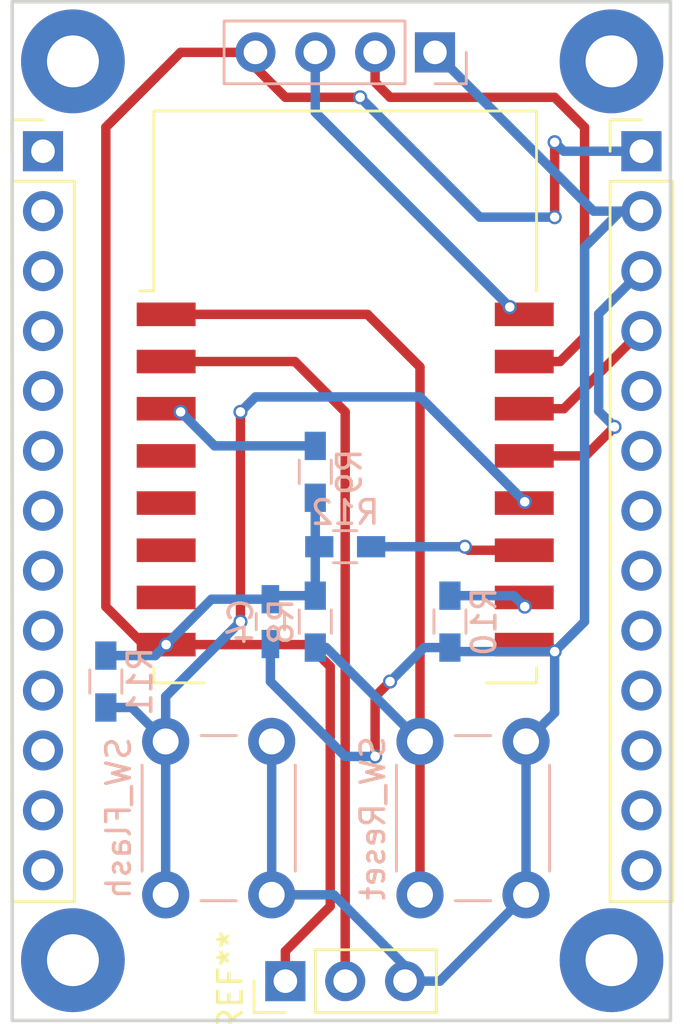
<source format=kicad_pcb>
(kicad_pcb (version 4) (host pcbnew 4.0.7)

  (general
    (links 31)
    (no_connects 0)
    (area 36.107999 12.39738 91.908001 71.715001)
    (thickness 1.6)
    (drawings 4)
    (tracks 121)
    (zones 0)
    (modules 17)
    (nets 17)
  )

  (page A4)
  (layers
    (0 F.Cu signal)
    (31 B.Cu signal)
    (32 B.Adhes user)
    (33 F.Adhes user)
    (34 B.Paste user)
    (35 F.Paste user)
    (36 B.SilkS user)
    (37 F.SilkS user)
    (38 B.Mask user)
    (39 F.Mask user)
    (40 Dwgs.User user)
    (41 Cmts.User user)
    (42 Eco1.User user)
    (43 Eco2.User user)
    (44 Edge.Cuts user)
    (45 Margin user)
    (46 B.CrtYd user)
    (47 F.CrtYd user)
    (48 B.Fab user)
    (49 F.Fab user)
  )

  (setup
    (last_trace_width 0.25)
    (user_trace_width 0.2)
    (user_trace_width 0.4)
    (user_trace_width 0.6)
    (trace_clearance 0.2)
    (zone_clearance 0.508)
    (zone_45_only no)
    (trace_min 0.2)
    (segment_width 0.2)
    (edge_width 0.15)
    (via_size 0.6)
    (via_drill 0.4)
    (via_min_size 0.4)
    (via_min_drill 0.3)
    (uvia_size 0.3)
    (uvia_drill 0.1)
    (uvias_allowed no)
    (uvia_min_size 0.2)
    (uvia_min_drill 0.1)
    (pcb_text_width 0.3)
    (pcb_text_size 1.5 1.5)
    (mod_edge_width 0.15)
    (mod_text_size 1 1)
    (mod_text_width 0.15)
    (pad_size 1.7 1.7)
    (pad_drill 1)
    (pad_to_mask_clearance 0.2)
    (aux_axis_origin 0 0)
    (visible_elements 7FFFFF5F)
    (pcbplotparams
      (layerselection 0x00030_80000001)
      (usegerberextensions false)
      (excludeedgelayer true)
      (linewidth 0.100000)
      (plotframeref false)
      (viasonmask false)
      (mode 1)
      (useauxorigin false)
      (hpglpennumber 1)
      (hpglpenspeed 20)
      (hpglpendiameter 15)
      (hpglpenoverlay 2)
      (psnegative false)
      (psa4output false)
      (plotreference true)
      (plotvalue true)
      (plotinvisibletext false)
      (padsonsilk false)
      (subtractmaskfromsilk false)
      (outputformat 1)
      (mirror false)
      (drillshape 1)
      (scaleselection 1)
      (outputdirectory ""))
  )

  (net 0 "")
  (net 1 GND)
  (net 2 VCC)
  (net 3 /ADC)
  (net 4 /SCL)
  (net 5 /SDA)
  (net 6 /Rx)
  (net 7 /Tx)
  (net 8 "Net-(R8-Pad2)")
  (net 9 "Net-(R9-Pad2)")
  (net 10 "Net-(R10-Pad2)")
  (net 11 "Net-(R11-Pad1)")
  (net 12 "Net-(R12-Pad1)")
  (net 13 "Net-(X1-Pad4)")
  (net 14 "Net-(X1-Pad5)")
  (net 15 "Net-(X1-Pad6)")
  (net 16 "Net-(X1-Pad7)")

  (net_class Default "This is the default net class."
    (clearance 0.2)
    (trace_width 0.25)
    (via_dia 0.6)
    (via_drill 0.4)
    (uvia_dia 0.3)
    (uvia_drill 0.1)
    (add_net /ADC)
    (add_net /Rx)
    (add_net /SCL)
    (add_net /SDA)
    (add_net /Tx)
    (add_net GND)
    (add_net "Net-(R10-Pad2)")
    (add_net "Net-(R11-Pad1)")
    (add_net "Net-(R12-Pad1)")
    (add_net "Net-(R8-Pad2)")
    (add_net "Net-(R9-Pad2)")
    (add_net "Net-(X1-Pad4)")
    (add_net "Net-(X1-Pad5)")
    (add_net "Net-(X1-Pad6)")
    (add_net "Net-(X1-Pad7)")
    (add_net VCC)
  )

  (module Mounting_Holes:MountingHole_2.2mm_M2_Pad (layer F.Cu) (tedit 5AA879F3) (tstamp 5AA941F4)
    (at 75.438 55.626)
    (descr "Mounting Hole 2.2mm, M2")
    (tags "mounting hole 2.2mm m2")
    (attr virtual)
    (fp_text reference REF** (at 0 -3.2) (layer F.SilkS) hide
      (effects (font (size 1 1) (thickness 0.15)))
    )
    (fp_text value MountingHole_2.2mm_M2_Pad (at 0 3.2) (layer F.Fab) hide
      (effects (font (size 1 1) (thickness 0.15)))
    )
    (fp_text user %R (at 0.3 0) (layer F.Fab)
      (effects (font (size 1 1) (thickness 0.15)))
    )
    (fp_circle (center 0 0) (end 2.2 0) (layer Cmts.User) (width 0.15))
    (fp_circle (center 0 0) (end 2.45 0) (layer F.CrtYd) (width 0.05))
    (pad 1 thru_hole circle (at 0 0) (size 4.4 4.4) (drill 2.2) (layers *.Cu *.Mask))
  )

  (module Mounting_Holes:MountingHole_2.2mm_M2_Pad (layer F.Cu) (tedit 5AA879F3) (tstamp 5AA941ED)
    (at 52.578 55.626)
    (descr "Mounting Hole 2.2mm, M2")
    (tags "mounting hole 2.2mm m2")
    (attr virtual)
    (fp_text reference REF** (at 0 -3.2) (layer F.SilkS) hide
      (effects (font (size 1 1) (thickness 0.15)))
    )
    (fp_text value MountingHole_2.2mm_M2_Pad (at 0 3.2) (layer F.Fab) hide
      (effects (font (size 1 1) (thickness 0.15)))
    )
    (fp_text user %R (at 0.3 0) (layer F.Fab)
      (effects (font (size 1 1) (thickness 0.15)))
    )
    (fp_circle (center 0 0) (end 2.2 0) (layer Cmts.User) (width 0.15))
    (fp_circle (center 0 0) (end 2.45 0) (layer F.CrtYd) (width 0.05))
    (pad 1 thru_hole circle (at 0 0) (size 4.4 4.4) (drill 2.2) (layers *.Cu *.Mask))
  )

  (module Mounting_Holes:MountingHole_2.2mm_M2_Pad (layer F.Cu) (tedit 5AA879E4) (tstamp 5AA941B5)
    (at 75.438 17.526)
    (descr "Mounting Hole 2.2mm, M2")
    (tags "mounting hole 2.2mm m2")
    (attr virtual)
    (fp_text reference REF** (at 0 -3.2) (layer F.SilkS) hide
      (effects (font (size 1 1) (thickness 0.15)))
    )
    (fp_text value MountingHole_2.2mm_M2_Pad (at 0 3.2) (layer F.Fab) hide
      (effects (font (size 1 1) (thickness 0.15)))
    )
    (fp_text user %R (at 0.3 0) (layer F.Fab)
      (effects (font (size 1 1) (thickness 0.15)))
    )
    (fp_circle (center 0 0) (end 2.2 0) (layer Cmts.User) (width 0.15))
    (fp_circle (center 0 0) (end 2.45 0) (layer F.CrtYd) (width 0.05))
    (pad 1 thru_hole circle (at 0 0) (size 4.4 4.4) (drill 2.2) (layers *.Cu *.Mask))
  )

  (module Capacitors_SMD:C_0603_HandSoldering (layer B.Cu) (tedit 58AA848B) (tstamp 5AA71FF7)
    (at 60.96 41.275 270)
    (descr "Capacitor SMD 0603, hand soldering")
    (tags "capacitor 0603")
    (path /5AA71C38)
    (attr smd)
    (fp_text reference C4 (at 0 1.25 270) (layer B.SilkS)
      (effects (font (size 1 1) (thickness 0.15)) (justify mirror))
    )
    (fp_text value 1uF (at 0 -1.5 270) (layer B.Fab)
      (effects (font (size 1 1) (thickness 0.15)) (justify mirror))
    )
    (fp_text user %R (at 0 1.25 270) (layer B.Fab)
      (effects (font (size 1 1) (thickness 0.15)) (justify mirror))
    )
    (fp_line (start -0.8 -0.4) (end -0.8 0.4) (layer B.Fab) (width 0.1))
    (fp_line (start 0.8 -0.4) (end -0.8 -0.4) (layer B.Fab) (width 0.1))
    (fp_line (start 0.8 0.4) (end 0.8 -0.4) (layer B.Fab) (width 0.1))
    (fp_line (start -0.8 0.4) (end 0.8 0.4) (layer B.Fab) (width 0.1))
    (fp_line (start -0.35 0.6) (end 0.35 0.6) (layer B.SilkS) (width 0.12))
    (fp_line (start 0.35 -0.6) (end -0.35 -0.6) (layer B.SilkS) (width 0.12))
    (fp_line (start -1.8 0.65) (end 1.8 0.65) (layer B.CrtYd) (width 0.05))
    (fp_line (start -1.8 0.65) (end -1.8 -0.65) (layer B.CrtYd) (width 0.05))
    (fp_line (start 1.8 -0.65) (end 1.8 0.65) (layer B.CrtYd) (width 0.05))
    (fp_line (start 1.8 -0.65) (end -1.8 -0.65) (layer B.CrtYd) (width 0.05))
    (pad 1 smd rect (at -0.95 0 270) (size 1.2 0.75) (layers B.Cu B.Paste B.Mask)
      (net 2 VCC))
    (pad 2 smd rect (at 0.95 0 270) (size 1.2 0.75) (layers B.Cu B.Paste B.Mask)
      (net 1 GND))
    (model Capacitors_SMD.3dshapes/C_0603.wrl
      (at (xyz 0 0 0))
      (scale (xyz 1 1 1))
      (rotate (xyz 0 0 0))
    )
  )

  (module Pin_Headers:Pin_Header_Straight_1x04_Pitch2.54mm (layer B.Cu) (tedit 5AA87034) (tstamp 5AA7200F)
    (at 67.945 17.145 90)
    (descr "Through hole straight pin header, 1x04, 2.54mm pitch, single row")
    (tags "Through hole pin header THT 1x04 2.54mm single row")
    (path /5AA744C5)
    (fp_text reference J4 (at 0 2.33 90) (layer B.SilkS) hide
      (effects (font (size 1 1) (thickness 0.15)) (justify mirror))
    )
    (fp_text value Conn_01x04 (at 0 -9.95 90) (layer B.Fab) hide
      (effects (font (size 1 1) (thickness 0.15)) (justify mirror))
    )
    (fp_line (start -0.635 1.27) (end 1.27 1.27) (layer B.Fab) (width 0.1))
    (fp_line (start 1.27 1.27) (end 1.27 -8.89) (layer B.Fab) (width 0.1))
    (fp_line (start 1.27 -8.89) (end -1.27 -8.89) (layer B.Fab) (width 0.1))
    (fp_line (start -1.27 -8.89) (end -1.27 0.635) (layer B.Fab) (width 0.1))
    (fp_line (start -1.27 0.635) (end -0.635 1.27) (layer B.Fab) (width 0.1))
    (fp_line (start -1.33 -8.95) (end 1.33 -8.95) (layer B.SilkS) (width 0.12))
    (fp_line (start -1.33 -1.27) (end -1.33 -8.95) (layer B.SilkS) (width 0.12))
    (fp_line (start 1.33 -1.27) (end 1.33 -8.95) (layer B.SilkS) (width 0.12))
    (fp_line (start -1.33 -1.27) (end 1.33 -1.27) (layer B.SilkS) (width 0.12))
    (fp_line (start -1.33 0) (end -1.33 1.33) (layer B.SilkS) (width 0.12))
    (fp_line (start -1.33 1.33) (end 0 1.33) (layer B.SilkS) (width 0.12))
    (fp_line (start -1.8 1.8) (end -1.8 -9.4) (layer B.CrtYd) (width 0.05))
    (fp_line (start -1.8 -9.4) (end 1.8 -9.4) (layer B.CrtYd) (width 0.05))
    (fp_line (start 1.8 -9.4) (end 1.8 1.8) (layer B.CrtYd) (width 0.05))
    (fp_line (start 1.8 1.8) (end -1.8 1.8) (layer B.CrtYd) (width 0.05))
    (fp_text user %R (at 0 -3.81 360) (layer B.Fab)
      (effects (font (size 1 1) (thickness 0.15)) (justify mirror))
    )
    (pad 1 thru_hole rect (at 0 0 90) (size 1.7 1.7) (drill 1) (layers *.Cu *.Mask)
      (net 1 GND))
    (pad 2 thru_hole oval (at 0 -2.54 90) (size 1.7 1.7) (drill 1) (layers *.Cu *.Mask)
      (net 6 /Rx))
    (pad 3 thru_hole oval (at 0 -5.08 90) (size 1.7 1.7) (drill 1) (layers *.Cu *.Mask)
      (net 7 /Tx))
    (pad 4 thru_hole oval (at 0 -7.62 90) (size 1.7 1.7) (drill 1) (layers *.Cu *.Mask)
      (net 2 VCC))
    (model ${KISYS3DMOD}/Pin_Headers.3dshapes/Pin_Header_Straight_1x04_Pitch2.54mm.wrl
      (at (xyz 0 0 0))
      (scale (xyz 1 1 1))
      (rotate (xyz 0 0 0))
    )
  )

  (module Resistors_SMD:R_0603_HandSoldering (layer B.Cu) (tedit 58E0A804) (tstamp 5AA72015)
    (at 62.865 41.275 270)
    (descr "Resistor SMD 0603, hand soldering")
    (tags "resistor 0603")
    (path /5AA71FB4)
    (attr smd)
    (fp_text reference R8 (at 0 1.45 270) (layer B.SilkS)
      (effects (font (size 1 1) (thickness 0.15)) (justify mirror))
    )
    (fp_text value 10k (at 0 -1.55 270) (layer B.Fab)
      (effects (font (size 1 1) (thickness 0.15)) (justify mirror))
    )
    (fp_text user %R (at 0 0 270) (layer B.Fab)
      (effects (font (size 0.4 0.4) (thickness 0.075)) (justify mirror))
    )
    (fp_line (start -0.8 -0.4) (end -0.8 0.4) (layer B.Fab) (width 0.1))
    (fp_line (start 0.8 -0.4) (end -0.8 -0.4) (layer B.Fab) (width 0.1))
    (fp_line (start 0.8 0.4) (end 0.8 -0.4) (layer B.Fab) (width 0.1))
    (fp_line (start -0.8 0.4) (end 0.8 0.4) (layer B.Fab) (width 0.1))
    (fp_line (start 0.5 -0.68) (end -0.5 -0.68) (layer B.SilkS) (width 0.12))
    (fp_line (start -0.5 0.68) (end 0.5 0.68) (layer B.SilkS) (width 0.12))
    (fp_line (start -1.96 0.7) (end 1.95 0.7) (layer B.CrtYd) (width 0.05))
    (fp_line (start -1.96 0.7) (end -1.96 -0.7) (layer B.CrtYd) (width 0.05))
    (fp_line (start 1.95 -0.7) (end 1.95 0.7) (layer B.CrtYd) (width 0.05))
    (fp_line (start 1.95 -0.7) (end -1.96 -0.7) (layer B.CrtYd) (width 0.05))
    (pad 1 smd rect (at -1.1 0 270) (size 1.2 0.9) (layers B.Cu B.Paste B.Mask)
      (net 2 VCC))
    (pad 2 smd rect (at 1.1 0 270) (size 1.2 0.9) (layers B.Cu B.Paste B.Mask)
      (net 8 "Net-(R8-Pad2)"))
    (model ${KISYS3DMOD}/Resistors_SMD.3dshapes/R_0603.wrl
      (at (xyz 0 0 0))
      (scale (xyz 1 1 1))
      (rotate (xyz 0 0 0))
    )
  )

  (module Resistors_SMD:R_0603_HandSoldering (layer B.Cu) (tedit 58E0A804) (tstamp 5AA7201B)
    (at 62.865 34.925 90)
    (descr "Resistor SMD 0603, hand soldering")
    (tags "resistor 0603")
    (path /5AA71F0C)
    (attr smd)
    (fp_text reference R9 (at 0 1.45 90) (layer B.SilkS)
      (effects (font (size 1 1) (thickness 0.15)) (justify mirror))
    )
    (fp_text value 10k (at 0 -1.55 90) (layer B.Fab)
      (effects (font (size 1 1) (thickness 0.15)) (justify mirror))
    )
    (fp_text user %R (at 0 0 90) (layer B.Fab)
      (effects (font (size 0.4 0.4) (thickness 0.075)) (justify mirror))
    )
    (fp_line (start -0.8 -0.4) (end -0.8 0.4) (layer B.Fab) (width 0.1))
    (fp_line (start 0.8 -0.4) (end -0.8 -0.4) (layer B.Fab) (width 0.1))
    (fp_line (start 0.8 0.4) (end 0.8 -0.4) (layer B.Fab) (width 0.1))
    (fp_line (start -0.8 0.4) (end 0.8 0.4) (layer B.Fab) (width 0.1))
    (fp_line (start 0.5 -0.68) (end -0.5 -0.68) (layer B.SilkS) (width 0.12))
    (fp_line (start -0.5 0.68) (end 0.5 0.68) (layer B.SilkS) (width 0.12))
    (fp_line (start -1.96 0.7) (end 1.95 0.7) (layer B.CrtYd) (width 0.05))
    (fp_line (start -1.96 0.7) (end -1.96 -0.7) (layer B.CrtYd) (width 0.05))
    (fp_line (start 1.95 -0.7) (end 1.95 0.7) (layer B.CrtYd) (width 0.05))
    (fp_line (start 1.95 -0.7) (end -1.96 -0.7) (layer B.CrtYd) (width 0.05))
    (pad 1 smd rect (at -1.1 0 90) (size 1.2 0.9) (layers B.Cu B.Paste B.Mask)
      (net 2 VCC))
    (pad 2 smd rect (at 1.1 0 90) (size 1.2 0.9) (layers B.Cu B.Paste B.Mask)
      (net 9 "Net-(R9-Pad2)"))
    (model ${KISYS3DMOD}/Resistors_SMD.3dshapes/R_0603.wrl
      (at (xyz 0 0 0))
      (scale (xyz 1 1 1))
      (rotate (xyz 0 0 0))
    )
  )

  (module Resistors_SMD:R_0603_HandSoldering (layer B.Cu) (tedit 58E0A804) (tstamp 5AA72021)
    (at 68.58 41.275 90)
    (descr "Resistor SMD 0603, hand soldering")
    (tags "resistor 0603")
    (path /5AA72052)
    (attr smd)
    (fp_text reference R10 (at 0 1.45 90) (layer B.SilkS)
      (effects (font (size 1 1) (thickness 0.15)) (justify mirror))
    )
    (fp_text value 10k (at 0 -1.55 90) (layer B.Fab)
      (effects (font (size 1 1) (thickness 0.15)) (justify mirror))
    )
    (fp_text user %R (at 0 0 90) (layer B.Fab)
      (effects (font (size 0.4 0.4) (thickness 0.075)) (justify mirror))
    )
    (fp_line (start -0.8 -0.4) (end -0.8 0.4) (layer B.Fab) (width 0.1))
    (fp_line (start 0.8 -0.4) (end -0.8 -0.4) (layer B.Fab) (width 0.1))
    (fp_line (start 0.8 0.4) (end 0.8 -0.4) (layer B.Fab) (width 0.1))
    (fp_line (start -0.8 0.4) (end 0.8 0.4) (layer B.Fab) (width 0.1))
    (fp_line (start 0.5 -0.68) (end -0.5 -0.68) (layer B.SilkS) (width 0.12))
    (fp_line (start -0.5 0.68) (end 0.5 0.68) (layer B.SilkS) (width 0.12))
    (fp_line (start -1.96 0.7) (end 1.95 0.7) (layer B.CrtYd) (width 0.05))
    (fp_line (start -1.96 0.7) (end -1.96 -0.7) (layer B.CrtYd) (width 0.05))
    (fp_line (start 1.95 -0.7) (end 1.95 0.7) (layer B.CrtYd) (width 0.05))
    (fp_line (start 1.95 -0.7) (end -1.96 -0.7) (layer B.CrtYd) (width 0.05))
    (pad 1 smd rect (at -1.1 0 90) (size 1.2 0.9) (layers B.Cu B.Paste B.Mask)
      (net 1 GND))
    (pad 2 smd rect (at 1.1 0 90) (size 1.2 0.9) (layers B.Cu B.Paste B.Mask)
      (net 10 "Net-(R10-Pad2)"))
    (model ${KISYS3DMOD}/Resistors_SMD.3dshapes/R_0603.wrl
      (at (xyz 0 0 0))
      (scale (xyz 1 1 1))
      (rotate (xyz 0 0 0))
    )
  )

  (module Resistors_SMD:R_0603_HandSoldering (layer B.Cu) (tedit 58E0A804) (tstamp 5AA72027)
    (at 53.975 43.815 90)
    (descr "Resistor SMD 0603, hand soldering")
    (tags "resistor 0603")
    (path /5AA71E0F)
    (attr smd)
    (fp_text reference R11 (at 0 1.45 90) (layer B.SilkS)
      (effects (font (size 1 1) (thickness 0.15)) (justify mirror))
    )
    (fp_text value 10k (at 0 -1.55 90) (layer B.Fab)
      (effects (font (size 1 1) (thickness 0.15)) (justify mirror))
    )
    (fp_text user %R (at 0 0 90) (layer B.Fab)
      (effects (font (size 0.4 0.4) (thickness 0.075)) (justify mirror))
    )
    (fp_line (start -0.8 -0.4) (end -0.8 0.4) (layer B.Fab) (width 0.1))
    (fp_line (start 0.8 -0.4) (end -0.8 -0.4) (layer B.Fab) (width 0.1))
    (fp_line (start 0.8 0.4) (end 0.8 -0.4) (layer B.Fab) (width 0.1))
    (fp_line (start -0.8 0.4) (end 0.8 0.4) (layer B.Fab) (width 0.1))
    (fp_line (start 0.5 -0.68) (end -0.5 -0.68) (layer B.SilkS) (width 0.12))
    (fp_line (start -0.5 0.68) (end 0.5 0.68) (layer B.SilkS) (width 0.12))
    (fp_line (start -1.96 0.7) (end 1.95 0.7) (layer B.CrtYd) (width 0.05))
    (fp_line (start -1.96 0.7) (end -1.96 -0.7) (layer B.CrtYd) (width 0.05))
    (fp_line (start 1.95 -0.7) (end 1.95 0.7) (layer B.CrtYd) (width 0.05))
    (fp_line (start 1.95 -0.7) (end -1.96 -0.7) (layer B.CrtYd) (width 0.05))
    (pad 1 smd rect (at -1.1 0 90) (size 1.2 0.9) (layers B.Cu B.Paste B.Mask)
      (net 11 "Net-(R11-Pad1)"))
    (pad 2 smd rect (at 1.1 0 90) (size 1.2 0.9) (layers B.Cu B.Paste B.Mask)
      (net 2 VCC))
    (model ${KISYS3DMOD}/Resistors_SMD.3dshapes/R_0603.wrl
      (at (xyz 0 0 0))
      (scale (xyz 1 1 1))
      (rotate (xyz 0 0 0))
    )
  )

  (module Resistors_SMD:R_0603_HandSoldering (layer B.Cu) (tedit 58E0A804) (tstamp 5AA7202D)
    (at 64.135 38.1 180)
    (descr "Resistor SMD 0603, hand soldering")
    (tags "resistor 0603")
    (path /5AA71EA0)
    (attr smd)
    (fp_text reference R12 (at 0 1.45 180) (layer B.SilkS)
      (effects (font (size 1 1) (thickness 0.15)) (justify mirror))
    )
    (fp_text value 10k (at 0 -1.55 180) (layer B.Fab)
      (effects (font (size 1 1) (thickness 0.15)) (justify mirror))
    )
    (fp_text user %R (at 0 0 180) (layer B.Fab)
      (effects (font (size 0.4 0.4) (thickness 0.075)) (justify mirror))
    )
    (fp_line (start -0.8 -0.4) (end -0.8 0.4) (layer B.Fab) (width 0.1))
    (fp_line (start 0.8 -0.4) (end -0.8 -0.4) (layer B.Fab) (width 0.1))
    (fp_line (start 0.8 0.4) (end 0.8 -0.4) (layer B.Fab) (width 0.1))
    (fp_line (start -0.8 0.4) (end 0.8 0.4) (layer B.Fab) (width 0.1))
    (fp_line (start 0.5 -0.68) (end -0.5 -0.68) (layer B.SilkS) (width 0.12))
    (fp_line (start -0.5 0.68) (end 0.5 0.68) (layer B.SilkS) (width 0.12))
    (fp_line (start -1.96 0.7) (end 1.95 0.7) (layer B.CrtYd) (width 0.05))
    (fp_line (start -1.96 0.7) (end -1.96 -0.7) (layer B.CrtYd) (width 0.05))
    (fp_line (start 1.95 -0.7) (end 1.95 0.7) (layer B.CrtYd) (width 0.05))
    (fp_line (start 1.95 -0.7) (end -1.96 -0.7) (layer B.CrtYd) (width 0.05))
    (pad 1 smd rect (at -1.1 0 180) (size 1.2 0.9) (layers B.Cu B.Paste B.Mask)
      (net 12 "Net-(R12-Pad1)"))
    (pad 2 smd rect (at 1.1 0 180) (size 1.2 0.9) (layers B.Cu B.Paste B.Mask)
      (net 2 VCC))
    (model ${KISYS3DMOD}/Resistors_SMD.3dshapes/R_0603.wrl
      (at (xyz 0 0 0))
      (scale (xyz 1 1 1))
      (rotate (xyz 0 0 0))
    )
  )

  (module Buttons_Switches_THT:SW_PUSH_6mm_h13mm (layer B.Cu) (tedit 5AA890BC) (tstamp 5AA72035)
    (at 67.31 46.355 270)
    (descr "tactile push button, 6x6mm e.g. PHAP33xx series, height=13mm")
    (tags "tact sw push 6mm")
    (path /5AA74B0F)
    (fp_text reference SW_Reset (at 3.25 2 270) (layer B.SilkS)
      (effects (font (size 1 1) (thickness 0.15)) (justify mirror))
    )
    (fp_text value SW_Reset (at 3.75 -6.7 270) (layer B.Fab)
      (effects (font (size 1 1) (thickness 0.15)) (justify mirror))
    )
    (fp_text user %R (at 3.175 -1.905 270) (layer B.Fab)
      (effects (font (size 1 1) (thickness 0.15)) (justify mirror))
    )
    (fp_line (start 3.25 0.75) (end 6.25 0.75) (layer B.Fab) (width 0.1))
    (fp_line (start 6.25 0.75) (end 6.25 -5.25) (layer B.Fab) (width 0.1))
    (fp_line (start 6.25 -5.25) (end 0.25 -5.25) (layer B.Fab) (width 0.1))
    (fp_line (start 0.25 -5.25) (end 0.25 0.75) (layer B.Fab) (width 0.1))
    (fp_line (start 0.25 0.75) (end 3.25 0.75) (layer B.Fab) (width 0.1))
    (fp_line (start 7.75 -6) (end 8 -6) (layer B.CrtYd) (width 0.05))
    (fp_line (start 8 -6) (end 8 -5.75) (layer B.CrtYd) (width 0.05))
    (fp_line (start 7.75 1.5) (end 8 1.5) (layer B.CrtYd) (width 0.05))
    (fp_line (start 8 1.5) (end 8 1.25) (layer B.CrtYd) (width 0.05))
    (fp_line (start -1.5 1.25) (end -1.5 1.5) (layer B.CrtYd) (width 0.05))
    (fp_line (start -1.5 1.5) (end -1.25 1.5) (layer B.CrtYd) (width 0.05))
    (fp_line (start -1.5 -5.75) (end -1.5 -6) (layer B.CrtYd) (width 0.05))
    (fp_line (start -1.5 -6) (end -1.25 -6) (layer B.CrtYd) (width 0.05))
    (fp_line (start -1.25 1.5) (end 7.75 1.5) (layer B.CrtYd) (width 0.05))
    (fp_line (start -1.5 -5.75) (end -1.5 1.25) (layer B.CrtYd) (width 0.05))
    (fp_line (start 7.75 -6) (end -1.25 -6) (layer B.CrtYd) (width 0.05))
    (fp_line (start 8 1.25) (end 8 -5.75) (layer B.CrtYd) (width 0.05))
    (fp_line (start 1 -5.5) (end 5.5 -5.5) (layer B.SilkS) (width 0.12))
    (fp_line (start -0.25 -1.5) (end -0.25 -3) (layer B.SilkS) (width 0.12))
    (fp_line (start 5.5 1) (end 1 1) (layer B.SilkS) (width 0.12))
    (fp_line (start 6.75 -3) (end 6.75 -1.5) (layer B.SilkS) (width 0.12))
    (fp_circle (center 3.25 -2.25) (end 1.25 -2.5) (layer B.Fab) (width 0.1))
    (pad 2 thru_hole circle (at 0 -4.5 180) (size 2 2) (drill 1.1) (layers *.Cu *.Mask)
      (net 1 GND))
    (pad 1 thru_hole circle (at 0 0 180) (size 2 2) (drill 1.1) (layers *.Cu *.Mask)
      (net 8 "Net-(R8-Pad2)"))
    (pad 2 thru_hole circle (at 6.5 -4.5 180) (size 2 2) (drill 1.1) (layers *.Cu *.Mask)
      (net 1 GND))
    (pad 1 thru_hole circle (at 6.5 0 180) (size 2 2) (drill 1.1) (layers *.Cu *.Mask)
      (net 8 "Net-(R8-Pad2)"))
    (model ${KISYS3DMOD}/Buttons_Switches_THT.3dshapes/SW_PUSH_6mm_h13mm.wrl
      (at (xyz 0.005 0 0))
      (scale (xyz 0.3937 0.3937 0.3937))
      (rotate (xyz 0 0 0))
    )
  )

  (module Buttons_Switches_THT:SW_PUSH_6mm_h13mm (layer B.Cu) (tedit 5AA890B5) (tstamp 5AA7203D)
    (at 56.515 46.355 270)
    (descr "tactile push button, 6x6mm e.g. PHAP33xx series, height=13mm")
    (tags "tact sw push 6mm")
    (path /5AA74EDB)
    (fp_text reference SW_Flash (at 3.25 2 270) (layer B.SilkS)
      (effects (font (size 1 1) (thickness 0.15)) (justify mirror))
    )
    (fp_text value SW_Flash (at 3.75 -6.7 270) (layer B.Fab)
      (effects (font (size 1 1) (thickness 0.15)) (justify mirror))
    )
    (fp_text user %R (at 3.25 -2.25 270) (layer B.Fab)
      (effects (font (size 1 1) (thickness 0.15)) (justify mirror))
    )
    (fp_line (start 3.25 0.75) (end 6.25 0.75) (layer B.Fab) (width 0.1))
    (fp_line (start 6.25 0.75) (end 6.25 -5.25) (layer B.Fab) (width 0.1))
    (fp_line (start 6.25 -5.25) (end 0.25 -5.25) (layer B.Fab) (width 0.1))
    (fp_line (start 0.25 -5.25) (end 0.25 0.75) (layer B.Fab) (width 0.1))
    (fp_line (start 0.25 0.75) (end 3.25 0.75) (layer B.Fab) (width 0.1))
    (fp_line (start 7.75 -6) (end 8 -6) (layer B.CrtYd) (width 0.05))
    (fp_line (start 8 -6) (end 8 -5.75) (layer B.CrtYd) (width 0.05))
    (fp_line (start 7.75 1.5) (end 8 1.5) (layer B.CrtYd) (width 0.05))
    (fp_line (start 8 1.5) (end 8 1.25) (layer B.CrtYd) (width 0.05))
    (fp_line (start -1.5 1.25) (end -1.5 1.5) (layer B.CrtYd) (width 0.05))
    (fp_line (start -1.5 1.5) (end -1.25 1.5) (layer B.CrtYd) (width 0.05))
    (fp_line (start -1.5 -5.75) (end -1.5 -6) (layer B.CrtYd) (width 0.05))
    (fp_line (start -1.5 -6) (end -1.25 -6) (layer B.CrtYd) (width 0.05))
    (fp_line (start -1.25 1.5) (end 7.75 1.5) (layer B.CrtYd) (width 0.05))
    (fp_line (start -1.5 -5.75) (end -1.5 1.25) (layer B.CrtYd) (width 0.05))
    (fp_line (start 7.75 -6) (end -1.25 -6) (layer B.CrtYd) (width 0.05))
    (fp_line (start 8 1.25) (end 8 -5.75) (layer B.CrtYd) (width 0.05))
    (fp_line (start 1 -5.5) (end 5.5 -5.5) (layer B.SilkS) (width 0.12))
    (fp_line (start -0.25 -1.5) (end -0.25 -3) (layer B.SilkS) (width 0.12))
    (fp_line (start 5.5 1) (end 1 1) (layer B.SilkS) (width 0.12))
    (fp_line (start 6.75 -3) (end 6.75 -1.5) (layer B.SilkS) (width 0.12))
    (fp_circle (center 3.25 -2.25) (end 1.25 -2.5) (layer B.Fab) (width 0.1))
    (pad 2 thru_hole circle (at 0 -4.5 180) (size 2 2) (drill 1.1) (layers *.Cu *.Mask)
      (net 1 GND))
    (pad 1 thru_hole circle (at 0 0 180) (size 2 2) (drill 1.1) (layers *.Cu *.Mask)
      (net 11 "Net-(R11-Pad1)"))
    (pad 2 thru_hole circle (at 6.5 -4.5 180) (size 2 2) (drill 1.1) (layers *.Cu *.Mask)
      (net 1 GND))
    (pad 1 thru_hole circle (at 6.5 0 180) (size 2 2) (drill 1.1) (layers *.Cu *.Mask)
      (net 11 "Net-(R11-Pad1)"))
    (model ${KISYS3DMOD}/Buttons_Switches_THT.3dshapes/SW_PUSH_6mm_h13mm.wrl
      (at (xyz 0.005 0 0))
      (scale (xyz 0.3937 0.3937 0.3937))
      (rotate (xyz 0 0 0))
    )
  )

  (module asdf:ESP-12E placed (layer F.Cu) (tedit 5AA870EA) (tstamp 5AA72051)
    (at 64.135 31.75)
    (descr "Wi-Fi Module, http://wiki.ai-thinker.com/_media/esp8266/docs/aithinker_esp_12f_datasheet_en.pdf")
    (tags "Wi-Fi Module")
    (path /5AA71B4E)
    (attr smd)
    (fp_text reference X1 (at -10.56 -5.26) (layer F.SilkS) hide
      (effects (font (size 1 1) (thickness 0.15)))
    )
    (fp_text value ESP-12 (at -0.06 -12.78) (layer F.Fab) hide
      (effects (font (size 1 1) (thickness 0.15)))
    )
    (fp_text user Antenna (at -0.06 -7 180) (layer Cmts.User)
      (effects (font (size 1 1) (thickness 0.15)))
    )
    (fp_text user "KEEP-OUT ZONE" (at 0.03 -9.55 180) (layer Cmts.User)
      (effects (font (size 1 1) (thickness 0.15)))
    )
    (fp_text user %R (at 0.49 -0.8) (layer F.Fab)
      (effects (font (size 1 1) (thickness 0.15)))
    )
    (fp_line (start -8 -12) (end 8 -12) (layer F.Fab) (width 0.12))
    (fp_line (start 8 -12) (end 8 12) (layer F.Fab) (width 0.12))
    (fp_line (start 8 12) (end -8 12) (layer F.Fab) (width 0.12))
    (fp_line (start -8 12) (end -8 -3) (layer F.Fab) (width 0.12))
    (fp_line (start -8 -3) (end -7.5 -3.5) (layer F.Fab) (width 0.12))
    (fp_line (start -7.5 -3.5) (end -8 -4) (layer F.Fab) (width 0.12))
    (fp_line (start -8 -4) (end -8 -12) (layer F.Fab) (width 0.12))
    (fp_line (start -9.05 -12.2) (end 9.05 -12.2) (layer F.CrtYd) (width 0.05))
    (fp_line (start 9.05 -12.2) (end 9.05 13.1) (layer F.CrtYd) (width 0.05))
    (fp_line (start 9.05 13.1) (end -9.05 13.1) (layer F.CrtYd) (width 0.05))
    (fp_line (start -9.05 13.1) (end -9.05 -12.2) (layer F.CrtYd) (width 0.05))
    (fp_line (start -8.12 -12.12) (end 8.12 -12.12) (layer F.SilkS) (width 0.12))
    (fp_line (start 8.12 -12.12) (end 8.12 -4.5) (layer F.SilkS) (width 0.12))
    (fp_line (start 8.12 11.5) (end 8.12 12.12) (layer F.SilkS) (width 0.12))
    (fp_line (start 8.12 12.12) (end 6 12.12) (layer F.SilkS) (width 0.12))
    (fp_line (start -6 12.12) (end -8.12 12.12) (layer F.SilkS) (width 0.12))
    (fp_line (start -8.12 12.12) (end -8.12 11.5) (layer F.SilkS) (width 0.12))
    (fp_line (start -8.12 -4.5) (end -8.12 -12.12) (layer F.SilkS) (width 0.12))
    (fp_line (start -8.12 -4.5) (end -8.73 -4.5) (layer F.SilkS) (width 0.12))
    (fp_line (start -8.12 -12.12) (end 8.12 -12.12) (layer Dwgs.User) (width 0.12))
    (fp_line (start 8.12 -12.12) (end 8.12 -4.8) (layer Dwgs.User) (width 0.12))
    (fp_line (start 8.12 -4.8) (end -8.12 -4.8) (layer Dwgs.User) (width 0.12))
    (fp_line (start -8.12 -4.8) (end -8.12 -12.12) (layer Dwgs.User) (width 0.12))
    (fp_line (start -8.12 -9.12) (end -5.12 -12.12) (layer Dwgs.User) (width 0.12))
    (fp_line (start -8.12 -6.12) (end -2.12 -12.12) (layer Dwgs.User) (width 0.12))
    (fp_line (start -6.44 -4.8) (end 0.88 -12.12) (layer Dwgs.User) (width 0.12))
    (fp_line (start -3.44 -4.8) (end 3.88 -12.12) (layer Dwgs.User) (width 0.12))
    (fp_line (start -0.44 -4.8) (end 6.88 -12.12) (layer Dwgs.User) (width 0.12))
    (fp_line (start 2.56 -4.8) (end 8.12 -10.36) (layer Dwgs.User) (width 0.12))
    (fp_line (start 5.56 -4.8) (end 8.12 -7.36) (layer Dwgs.User) (width 0.12))
    (pad 1 smd rect (at -7.6 -3.5) (size 2.5 1) (layers F.Cu F.Paste F.Mask)
      (net 8 "Net-(R8-Pad2)"))
    (pad 2 smd rect (at -7.6 -1.5) (size 2.5 1) (layers F.Cu F.Paste F.Mask)
      (net 3 /ADC))
    (pad 3 smd rect (at -7.6 0.5) (size 2.5 1) (layers F.Cu F.Paste F.Mask)
      (net 9 "Net-(R9-Pad2)"))
    (pad 4 smd rect (at -7.6 2.5) (size 2.5 1) (layers F.Cu F.Paste F.Mask)
      (net 13 "Net-(X1-Pad4)"))
    (pad 5 smd rect (at -7.6 4.5) (size 2.5 1) (layers F.Cu F.Paste F.Mask)
      (net 14 "Net-(X1-Pad5)"))
    (pad 6 smd rect (at -7.6 6.5) (size 2.5 1) (layers F.Cu F.Paste F.Mask)
      (net 15 "Net-(X1-Pad6)"))
    (pad 7 smd rect (at -7.6 8.5) (size 2.5 1) (layers F.Cu F.Paste F.Mask)
      (net 16 "Net-(X1-Pad7)"))
    (pad 8 smd rect (at -7.6 10.5) (size 2.5 1) (layers F.Cu F.Paste F.Mask)
      (net 2 VCC))
    (pad 9 smd rect (at 7.6 10.5) (size 2.5 1) (layers F.Cu F.Paste F.Mask)
      (net 1 GND))
    (pad 10 smd rect (at 7.6 8.5) (size 2.5 1) (layers F.Cu F.Paste F.Mask)
      (net 10 "Net-(R10-Pad2)"))
    (pad 11 smd rect (at 7.6 6.5) (size 2.5 1) (layers F.Cu F.Paste F.Mask)
      (net 12 "Net-(R12-Pad1)"))
    (pad 12 smd rect (at 7.6 4.5) (size 2.5 1) (layers F.Cu F.Paste F.Mask)
      (net 11 "Net-(R11-Pad1)"))
    (pad 13 smd rect (at 7.6 2.5) (size 2.5 1) (layers F.Cu F.Paste F.Mask)
      (net 4 /SCL))
    (pad 14 smd rect (at 7.6 0.5) (size 2.5 1) (layers F.Cu F.Paste F.Mask)
      (net 5 /SDA))
    (pad 15 smd rect (at 7.6 -1.5) (size 2.5 1) (layers F.Cu F.Paste F.Mask)
      (net 6 /Rx))
    (pad 16 smd rect (at 7.6 -3.5) (size 2.5 1) (layers F.Cu F.Paste F.Mask)
      (net 7 /Tx))
    (model ${KISYS3DMOD}/RF_Modules.3dshapes/ESP-12E.wrl
      (at (xyz 0 0 0))
      (scale (xyz 1 1 1))
      (rotate (xyz 0 0 0))
    )
  )

  (module Pin_Headers:Pin_Header_Straight_1x13_Pitch2.54mm locked (layer F.Cu) (tedit 5AA86FD0) (tstamp 5AA87038)
    (at 51.308 21.336)
    (descr "Through hole straight pin header, 1x13, 2.54mm pitch, single row")
    (tags "Through hole pin header THT 1x13 2.54mm single row")
    (fp_text reference REF** (at 0 -2.33) (layer F.SilkS) hide
      (effects (font (size 1 1) (thickness 0.15)))
    )
    (fp_text value Pin_Header_Straight_1x13_Pitch2.54mm (at 0 32.81) (layer F.Fab) hide
      (effects (font (size 1 1) (thickness 0.15)))
    )
    (fp_line (start -0.635 -1.27) (end 1.27 -1.27) (layer F.Fab) (width 0.1))
    (fp_line (start 1.27 -1.27) (end 1.27 31.75) (layer F.Fab) (width 0.1))
    (fp_line (start 1.27 31.75) (end -1.27 31.75) (layer F.Fab) (width 0.1))
    (fp_line (start -1.27 31.75) (end -1.27 -0.635) (layer F.Fab) (width 0.1))
    (fp_line (start -1.27 -0.635) (end -0.635 -1.27) (layer F.Fab) (width 0.1))
    (fp_line (start -1.33 31.81) (end 1.33 31.81) (layer F.SilkS) (width 0.12))
    (fp_line (start -1.33 1.27) (end -1.33 31.81) (layer F.SilkS) (width 0.12))
    (fp_line (start 1.33 1.27) (end 1.33 31.81) (layer F.SilkS) (width 0.12))
    (fp_line (start -1.33 1.27) (end 1.33 1.27) (layer F.SilkS) (width 0.12))
    (fp_line (start -1.33 0) (end -1.33 -1.33) (layer F.SilkS) (width 0.12))
    (fp_line (start -1.33 -1.33) (end 0 -1.33) (layer F.SilkS) (width 0.12))
    (fp_line (start -1.8 -1.8) (end -1.8 32.25) (layer F.CrtYd) (width 0.05))
    (fp_line (start -1.8 32.25) (end 1.8 32.25) (layer F.CrtYd) (width 0.05))
    (fp_line (start 1.8 32.25) (end 1.8 -1.8) (layer F.CrtYd) (width 0.05))
    (fp_line (start 1.8 -1.8) (end -1.8 -1.8) (layer F.CrtYd) (width 0.05))
    (fp_text user %R (at 0 15.24 90) (layer F.Fab)
      (effects (font (size 1 1) (thickness 0.15)))
    )
    (pad 1 thru_hole rect (at 0 0) (size 1.7 1.7) (drill 1) (layers *.Cu *.Mask))
    (pad 2 thru_hole oval (at 0 2.54) (size 1.7 1.7) (drill 1) (layers *.Cu *.Mask))
    (pad 3 thru_hole oval (at 0 5.08) (size 1.7 1.7) (drill 1) (layers *.Cu *.Mask))
    (pad 4 thru_hole oval (at 0 7.62) (size 1.7 1.7) (drill 1) (layers *.Cu *.Mask))
    (pad 5 thru_hole oval (at 0 10.16) (size 1.7 1.7) (drill 1) (layers *.Cu *.Mask))
    (pad 6 thru_hole oval (at 0 12.7) (size 1.7 1.7) (drill 1) (layers *.Cu *.Mask))
    (pad 7 thru_hole oval (at 0 15.24) (size 1.7 1.7) (drill 1) (layers *.Cu *.Mask))
    (pad 8 thru_hole oval (at 0 17.78) (size 1.7 1.7) (drill 1) (layers *.Cu *.Mask))
    (pad 9 thru_hole oval (at 0 20.32) (size 1.7 1.7) (drill 1) (layers *.Cu *.Mask))
    (pad 10 thru_hole oval (at 0 22.86) (size 1.7 1.7) (drill 1) (layers *.Cu *.Mask))
    (pad 11 thru_hole oval (at 0 25.4) (size 1.7 1.7) (drill 1) (layers *.Cu *.Mask))
    (pad 12 thru_hole oval (at 0 27.94) (size 1.7 1.7) (drill 1) (layers *.Cu *.Mask))
    (pad 13 thru_hole oval (at 0 30.48) (size 1.7 1.7) (drill 1) (layers *.Cu *.Mask))
    (model ${KISYS3DMOD}/Pin_Headers.3dshapes/Pin_Header_Straight_1x13_Pitch2.54mm.wrl
      (at (xyz 0 0 0))
      (scale (xyz 1 1 1))
      (rotate (xyz 0 0 0))
    )
  )

  (module Pin_Headers:Pin_Header_Straight_1x13_Pitch2.54mm locked (layer F.Cu) (tedit 5AA88C25) (tstamp 5AA8707A)
    (at 76.708 21.336)
    (descr "Through hole straight pin header, 1x13, 2.54mm pitch, single row")
    (tags "Through hole pin header THT 1x13 2.54mm single row")
    (fp_text reference REF** (at 0 -2.33) (layer F.SilkS) hide
      (effects (font (size 1 1) (thickness 0.15)))
    )
    (fp_text value Pin_Header_Straight_1x13_Pitch2.54mm (at 0 32.81) (layer F.Fab) hide
      (effects (font (size 1 1) (thickness 0.15)))
    )
    (fp_line (start -0.635 -1.27) (end 1.27 -1.27) (layer F.Fab) (width 0.1))
    (fp_line (start 1.27 -1.27) (end 1.27 31.75) (layer F.Fab) (width 0.1))
    (fp_line (start 1.27 31.75) (end -1.27 31.75) (layer F.Fab) (width 0.1))
    (fp_line (start -1.27 31.75) (end -1.27 -0.635) (layer F.Fab) (width 0.1))
    (fp_line (start -1.27 -0.635) (end -0.635 -1.27) (layer F.Fab) (width 0.1))
    (fp_line (start -1.33 31.81) (end 1.33 31.81) (layer F.SilkS) (width 0.12))
    (fp_line (start -1.33 1.27) (end -1.33 31.81) (layer F.SilkS) (width 0.12))
    (fp_line (start 1.33 1.27) (end 1.33 31.81) (layer F.SilkS) (width 0.12))
    (fp_line (start -1.33 1.27) (end 1.33 1.27) (layer F.SilkS) (width 0.12))
    (fp_line (start -1.33 0) (end -1.33 -1.33) (layer F.SilkS) (width 0.12))
    (fp_line (start -1.33 -1.33) (end 0 -1.33) (layer F.SilkS) (width 0.12))
    (fp_line (start -1.8 -1.8) (end -1.8 32.25) (layer F.CrtYd) (width 0.05))
    (fp_line (start -1.8 32.25) (end 1.8 32.25) (layer F.CrtYd) (width 0.05))
    (fp_line (start 1.8 32.25) (end 1.8 -1.8) (layer F.CrtYd) (width 0.05))
    (fp_line (start 1.8 -1.8) (end -1.8 -1.8) (layer F.CrtYd) (width 0.05))
    (fp_text user %R (at 0 15.24 90) (layer F.Fab)
      (effects (font (size 1 1) (thickness 0.15)))
    )
    (pad 1 thru_hole rect (at 0 0) (size 1.7 1.7) (drill 1) (layers *.Cu *.Mask)
      (net 2 VCC))
    (pad 2 thru_hole oval (at 0 2.54) (size 1.7 1.7) (drill 1) (layers *.Cu *.Mask)
      (net 1 GND))
    (pad 3 thru_hole oval (at 0 5.08) (size 1.7 1.7) (drill 1) (layers *.Cu *.Mask)
      (net 4 /SCL))
    (pad 4 thru_hole oval (at 0 7.62) (size 1.7 1.7) (drill 1) (layers *.Cu *.Mask)
      (net 5 /SDA))
    (pad 5 thru_hole oval (at 0 10.16) (size 1.7 1.7) (drill 1) (layers *.Cu *.Mask))
    (pad 6 thru_hole oval (at 0 12.7) (size 1.7 1.7) (drill 1) (layers *.Cu *.Mask))
    (pad 7 thru_hole oval (at 0 15.24) (size 1.7 1.7) (drill 1) (layers *.Cu *.Mask))
    (pad 8 thru_hole oval (at 0 17.78) (size 1.7 1.7) (drill 1) (layers *.Cu *.Mask))
    (pad 9 thru_hole oval (at 0 20.32) (size 1.7 1.7) (drill 1) (layers *.Cu *.Mask))
    (pad 10 thru_hole oval (at 0 22.86) (size 1.7 1.7) (drill 1) (layers *.Cu *.Mask))
    (pad 11 thru_hole oval (at 0 25.4) (size 1.7 1.7) (drill 1) (layers *.Cu *.Mask))
    (pad 12 thru_hole oval (at 0 27.94) (size 1.7 1.7) (drill 1) (layers *.Cu *.Mask))
    (pad 13 thru_hole oval (at 0 30.48) (size 1.7 1.7) (drill 1) (layers *.Cu *.Mask))
    (model ${KISYS3DMOD}/Pin_Headers.3dshapes/Pin_Header_Straight_1x13_Pitch2.54mm.wrl
      (at (xyz 0 0 0))
      (scale (xyz 1 1 1))
      (rotate (xyz 0 0 0))
    )
  )

  (module Mounting_Holes:MountingHole_2.2mm_M2_Pad (layer F.Cu) (tedit 5AA879F3) (tstamp 5AA879AE)
    (at 52.578 17.526)
    (descr "Mounting Hole 2.2mm, M2")
    (tags "mounting hole 2.2mm m2")
    (attr virtual)
    (fp_text reference REF** (at 0 -3.2) (layer F.SilkS) hide
      (effects (font (size 1 1) (thickness 0.15)))
    )
    (fp_text value MountingHole_2.2mm_M2_Pad (at 0 3.2) (layer F.Fab) hide
      (effects (font (size 1 1) (thickness 0.15)))
    )
    (fp_text user %R (at 0.3 0) (layer F.Fab)
      (effects (font (size 1 1) (thickness 0.15)))
    )
    (fp_circle (center 0 0) (end 2.2 0) (layer Cmts.User) (width 0.15))
    (fp_circle (center 0 0) (end 2.45 0) (layer F.CrtYd) (width 0.05))
    (pad 1 thru_hole circle (at 0 0) (size 4.4 4.4) (drill 2.2) (layers *.Cu *.Mask))
  )

  (module Pin_Headers:Pin_Header_Straight_1x03_Pitch2.54mm (layer F.Cu) (tedit 5AA88B65) (tstamp 5AA88AE0)
    (at 61.595 56.515 90)
    (descr "Through hole straight pin header, 1x03, 2.54mm pitch, single row")
    (tags "Through hole pin header THT 1x03 2.54mm single row")
    (fp_text reference REF** (at 0 -2.33 90) (layer F.SilkS)
      (effects (font (size 1 1) (thickness 0.15)))
    )
    (fp_text value Pin_Header_Straight_1x03_Pitch2.54mm (at 0 7.41 90) (layer F.Fab)
      (effects (font (size 1 1) (thickness 0.15)))
    )
    (fp_line (start -0.635 -1.27) (end 1.27 -1.27) (layer F.Fab) (width 0.1))
    (fp_line (start 1.27 -1.27) (end 1.27 6.35) (layer F.Fab) (width 0.1))
    (fp_line (start 1.27 6.35) (end -1.27 6.35) (layer F.Fab) (width 0.1))
    (fp_line (start -1.27 6.35) (end -1.27 -0.635) (layer F.Fab) (width 0.1))
    (fp_line (start -1.27 -0.635) (end -0.635 -1.27) (layer F.Fab) (width 0.1))
    (fp_line (start -1.33 6.41) (end 1.33 6.41) (layer F.SilkS) (width 0.12))
    (fp_line (start -1.33 1.27) (end -1.33 6.41) (layer F.SilkS) (width 0.12))
    (fp_line (start 1.33 1.27) (end 1.33 6.41) (layer F.SilkS) (width 0.12))
    (fp_line (start -1.33 1.27) (end 1.33 1.27) (layer F.SilkS) (width 0.12))
    (fp_line (start -1.33 0) (end -1.33 -1.33) (layer F.SilkS) (width 0.12))
    (fp_line (start -1.33 -1.33) (end 0 -1.33) (layer F.SilkS) (width 0.12))
    (fp_line (start -1.8 -1.8) (end -1.8 6.85) (layer F.CrtYd) (width 0.05))
    (fp_line (start -1.8 6.85) (end 1.8 6.85) (layer F.CrtYd) (width 0.05))
    (fp_line (start 1.8 6.85) (end 1.8 -1.8) (layer F.CrtYd) (width 0.05))
    (fp_line (start 1.8 -1.8) (end -1.8 -1.8) (layer F.CrtYd) (width 0.05))
    (fp_text user %R (at 0 2.54 180) (layer F.Fab)
      (effects (font (size 1 1) (thickness 0.15)))
    )
    (pad 1 thru_hole rect (at 0 0 90) (size 1.7 1.7) (drill 1) (layers *.Cu *.Mask)
      (net 2 VCC))
    (pad 2 thru_hole oval (at 0 2.54 90) (size 1.7 1.7) (drill 1) (layers *.Cu *.Mask)
      (net 3 /ADC))
    (pad 3 thru_hole oval (at 0 5.08 90) (size 1.7 1.7) (drill 1) (layers *.Cu *.Mask)
      (net 1 GND))
    (model ${KISYS3DMOD}/Pin_Headers.3dshapes/Pin_Header_Straight_1x03_Pitch2.54mm.wrl
      (at (xyz 0 0 0))
      (scale (xyz 1 1 1))
      (rotate (xyz 0 0 0))
    )
  )

  (gr_line (start 50 15) (end 50 58.18) (angle 90) (layer Edge.Cuts) (width 0.15))
  (gr_line (start 50 58.18) (end 77.94 58.18) (angle 90) (layer Edge.Cuts) (width 0.15))
  (gr_line (start 77.94 15) (end 77.94 58.18) (angle 90) (layer Edge.Cuts) (width 0.15))
  (gr_line (start 50 15) (end 77.94 15) (angle 90) (layer Edge.Cuts) (width 0.15))

  (segment (start 59.055 41.91) (end 59.055 42.25) (width 0.4) (layer F.Cu) (net 0) (tstamp 5AA88EC6))
  (segment (start 59.055 42.25) (end 59.055 41.91) (width 0.4) (layer F.Cu) (net 0) (tstamp 5AA88EC7))
  (segment (start 68.58 42.375) (end 67.48 42.375) (width 0.4) (layer B.Cu) (net 1))
  (segment (start 60.96 43.815) (end 60.96 42.225) (width 0.4) (layer B.Cu) (net 1) (tstamp 5AA88EE8))
  (segment (start 64.135 46.99) (end 60.96 43.815) (width 0.4) (layer B.Cu) (net 1) (tstamp 5AA88EE7))
  (segment (start 65.405 46.99) (end 64.135 46.99) (width 0.4) (layer B.Cu) (net 1) (tstamp 5AA88EE6))
  (via (at 65.405 46.99) (size 0.6) (drill 0.4) (layers F.Cu B.Cu) (net 1))
  (segment (start 65.405 44.45) (end 65.405 46.99) (width 0.4) (layer F.Cu) (net 1) (tstamp 5AA88EE3))
  (segment (start 66.04 43.815) (end 65.405 44.45) (width 0.4) (layer F.Cu) (net 1) (tstamp 5AA88EE2))
  (via (at 66.04 43.815) (size 0.6) (drill 0.4) (layers F.Cu B.Cu) (net 1))
  (segment (start 67.48 42.375) (end 66.04 43.815) (width 0.4) (layer B.Cu) (net 1) (tstamp 5AA88EE0))
  (segment (start 73.025 42.545) (end 73.025 45.14) (width 0.4) (layer B.Cu) (net 1))
  (segment (start 73.025 45.14) (end 71.81 46.355) (width 0.4) (layer B.Cu) (net 1) (tstamp 5AA88ED2))
  (segment (start 73.025 42.545) (end 68.75 42.545) (width 0.4) (layer B.Cu) (net 1))
  (segment (start 68.75 42.545) (end 68.58 42.375) (width 0.4) (layer B.Cu) (net 1) (tstamp 5AA88ECF))
  (segment (start 76.708 23.876) (end 74.676 23.876) (width 0.4) (layer B.Cu) (net 1))
  (segment (start 74.676 23.876) (end 67.945 17.145) (width 0.4) (layer B.Cu) (net 1) (tstamp 5AA88DF3))
  (segment (start 71.735 42.25) (end 72.73 42.25) (width 0.4) (layer F.Cu) (net 1))
  (segment (start 72.73 42.25) (end 73.025 42.545) (width 0.4) (layer F.Cu) (net 1) (tstamp 5AA88DEB))
  (via (at 73.025 42.545) (size 0.6) (drill 0.4) (layers F.Cu B.Cu) (net 1))
  (segment (start 73.025 42.545) (end 74.295 41.275) (width 0.4) (layer B.Cu) (net 1) (tstamp 5AA88DED))
  (segment (start 74.295 41.275) (end 74.295 25.4) (width 0.4) (layer B.Cu) (net 1) (tstamp 5AA88DEE))
  (segment (start 74.295 25.4) (end 75.819 23.876) (width 0.4) (layer B.Cu) (net 1) (tstamp 5AA88DEF))
  (segment (start 75.819 23.876) (end 76.708 23.876) (width 0.4) (layer B.Cu) (net 1) (tstamp 5AA88DF0))
  (segment (start 61.015 52.855) (end 61.015 46.355) (width 0.4) (layer B.Cu) (net 1))
  (segment (start 66.675 56.515) (end 66.675 55.88) (width 0.4) (layer B.Cu) (net 1))
  (segment (start 66.675 55.88) (end 63.65 52.855) (width 0.4) (layer B.Cu) (net 1) (tstamp 5AA88D2E))
  (segment (start 63.65 52.855) (end 61.015 52.855) (width 0.4) (layer B.Cu) (net 1) (tstamp 5AA88D2F))
  (segment (start 71.81 52.855) (end 71.81 46.355) (width 0.4) (layer B.Cu) (net 1))
  (segment (start 66.675 56.515) (end 68.15 56.515) (width 0.4) (layer B.Cu) (net 1))
  (segment (start 68.15 56.515) (end 71.81 52.855) (width 0.4) (layer B.Cu) (net 1) (tstamp 5AA88D29))
  (segment (start 60.96 40.325) (end 58.46 40.325) (width 0.4) (layer B.Cu) (net 2))
  (segment (start 58.46 40.325) (end 56.535 42.25) (width 0.4) (layer B.Cu) (net 2) (tstamp 5AA88F01))
  (segment (start 60.96 40.325) (end 60.64 40.325) (width 0.4) (layer B.Cu) (net 2))
  (segment (start 62.865 40.175) (end 62.865 38.27) (width 0.4) (layer B.Cu) (net 2))
  (segment (start 62.865 38.27) (end 63.035 38.1) (width 0.4) (layer B.Cu) (net 2) (tstamp 5AA88EC1))
  (segment (start 62.865 40.175) (end 61.11 40.175) (width 0.4) (layer B.Cu) (net 2))
  (segment (start 61.11 40.175) (end 60.96 40.325) (width 0.4) (layer B.Cu) (net 2) (tstamp 5AA88EBE))
  (segment (start 62.865 36.025) (end 62.865 37.93) (width 0.4) (layer B.Cu) (net 2))
  (segment (start 62.865 37.93) (end 63.035 38.1) (width 0.4) (layer B.Cu) (net 2) (tstamp 5AA88EBB))
  (segment (start 60.325 17.145) (end 60.325 17.78) (width 0.4) (layer F.Cu) (net 2))
  (segment (start 60.325 17.78) (end 61.595 19.05) (width 0.4) (layer F.Cu) (net 2) (tstamp 5AA88E9A))
  (segment (start 73.406 21.336) (end 76.708 21.336) (width 0.4) (layer B.Cu) (net 2) (tstamp 5AA88EA5))
  (segment (start 73.025 20.955) (end 73.406 21.336) (width 0.4) (layer B.Cu) (net 2) (tstamp 5AA88EA4))
  (via (at 73.025 20.955) (size 0.6) (drill 0.4) (layers F.Cu B.Cu) (net 2))
  (segment (start 73.025 24.13) (end 73.025 20.955) (width 0.4) (layer F.Cu) (net 2) (tstamp 5AA88EA1))
  (via (at 73.025 24.13) (size 0.6) (drill 0.4) (layers F.Cu B.Cu) (net 2))
  (segment (start 69.85 24.13) (end 73.025 24.13) (width 0.4) (layer B.Cu) (net 2) (tstamp 5AA88E9E))
  (segment (start 64.77 19.05) (end 69.85 24.13) (width 0.4) (layer B.Cu) (net 2) (tstamp 5AA88E9D))
  (via (at 64.77 19.05) (size 0.6) (drill 0.4) (layers F.Cu B.Cu) (net 2))
  (segment (start 61.595 19.05) (end 64.77 19.05) (width 0.4) (layer F.Cu) (net 2) (tstamp 5AA88E9B))
  (via (at 56.535 42.25) (size 0.6) (drill 0.4) (layers F.Cu B.Cu) (net 2))
  (segment (start 53.975 42.715) (end 56.07 42.715) (width 0.4) (layer B.Cu) (net 2) (tstamp 5AA88E42))
  (segment (start 56.07 42.715) (end 56.535 42.25) (width 0.4) (layer B.Cu) (net 2) (tstamp 5AA88E41))
  (segment (start 56.535 42.25) (end 55.585 42.25) (width 0.4) (layer F.Cu) (net 2))
  (segment (start 55.585 42.25) (end 53.975 40.64) (width 0.4) (layer F.Cu) (net 2) (tstamp 5AA88D3C))
  (segment (start 57.15 17.145) (end 60.325 17.145) (width 0.4) (layer F.Cu) (net 2) (tstamp 5AA88D41))
  (segment (start 53.975 20.32) (end 57.15 17.145) (width 0.4) (layer F.Cu) (net 2) (tstamp 5AA88D3F))
  (segment (start 53.975 40.64) (end 53.975 20.32) (width 0.4) (layer F.Cu) (net 2) (tstamp 5AA88D3D))
  (segment (start 61.595 56.515) (end 61.595 55.245) (width 0.4) (layer F.Cu) (net 2))
  (segment (start 61.595 55.245) (end 63.5 53.34) (width 0.4) (layer F.Cu) (net 2) (tstamp 5AA88D22))
  (segment (start 63.5 53.34) (end 63.5 43.18) (width 0.4) (layer F.Cu) (net 2) (tstamp 5AA88D23))
  (segment (start 63.5 43.18) (end 62.57 42.25) (width 0.4) (layer F.Cu) (net 2) (tstamp 5AA88D25))
  (segment (start 62.57 42.25) (end 56.535 42.25) (width 0.4) (layer F.Cu) (net 2) (tstamp 5AA88D26))
  (segment (start 56.535 30.25) (end 62 30.25) (width 0.4) (layer F.Cu) (net 3))
  (segment (start 64.135 32.385) (end 64.135 56.515) (width 0.4) (layer F.Cu) (net 3) (tstamp 5AA88D1E))
  (segment (start 62 30.25) (end 64.135 32.385) (width 0.4) (layer F.Cu) (net 3) (tstamp 5AA88D1C))
  (segment (start 71.735 34.25) (end 74.335 34.25) (width 0.4) (layer F.Cu) (net 4))
  (segment (start 74.895002 28.228998) (end 76.708 26.416) (width 0.4) (layer B.Cu) (net 4) (tstamp 5AA88EB1))
  (segment (start 74.895002 32.350002) (end 74.895002 28.228998) (width 0.4) (layer B.Cu) (net 4) (tstamp 5AA88EB0))
  (segment (start 75.565 33.02) (end 74.895002 32.350002) (width 0.4) (layer B.Cu) (net 4) (tstamp 5AA88EAF))
  (via (at 75.565 33.02) (size 0.6) (drill 0.4) (layers F.Cu B.Cu) (net 4))
  (segment (start 74.335 34.25) (end 75.565 33.02) (width 0.4) (layer F.Cu) (net 4) (tstamp 5AA88EAC))
  (segment (start 71.735 32.25) (end 73.414 32.25) (width 0.4) (layer F.Cu) (net 5))
  (segment (start 73.414 32.25) (end 76.708 28.956) (width 0.4) (layer F.Cu) (net 5) (tstamp 5AA88EA8))
  (segment (start 74.295 20.32) (end 74.295 29.21) (width 0.4) (layer F.Cu) (net 6))
  (segment (start 65.405 18.415) (end 66.04 19.05) (width 0.4) (layer F.Cu) (net 6) (tstamp 5AA88DFE))
  (segment (start 66.04 19.05) (end 73.025 19.05) (width 0.4) (layer F.Cu) (net 6) (tstamp 5AA88DFF))
  (segment (start 73.025 19.05) (end 74.295 20.32) (width 0.4) (layer F.Cu) (net 6) (tstamp 5AA88E00))
  (segment (start 65.405 17.145) (end 65.405 18.415) (width 0.4) (layer F.Cu) (net 6))
  (segment (start 73.255 30.25) (end 71.735 30.25) (width 0.4) (layer F.Cu) (net 6) (tstamp 5AA88E09))
  (segment (start 74.295 29.21) (end 73.255 30.25) (width 0.4) (layer F.Cu) (net 6) (tstamp 5AA88E08))
  (segment (start 62.865 17.145) (end 62.865 19.685) (width 0.4) (layer B.Cu) (net 7))
  (segment (start 71.12 27.94) (end 71.43 28.25) (width 0.4) (layer F.Cu) (net 7) (tstamp 5AA88DFA))
  (via (at 71.12 27.94) (size 0.6) (drill 0.4) (layers F.Cu B.Cu) (net 7))
  (segment (start 62.865 19.685) (end 71.12 27.94) (width 0.4) (layer B.Cu) (net 7) (tstamp 5AA88DF7))
  (segment (start 71.43 28.25) (end 71.735 28.25) (width 0.4) (layer F.Cu) (net 7) (tstamp 5AA88DFB))
  (segment (start 62.865 42.375) (end 63.33 42.375) (width 0.4) (layer B.Cu) (net 8))
  (segment (start 63.33 42.375) (end 67.31 46.355) (width 0.4) (layer B.Cu) (net 8) (tstamp 5AA88ECB))
  (segment (start 67.31 46.355) (end 67.31 52.855) (width 0.4) (layer F.Cu) (net 8))
  (segment (start 56.535 28.25) (end 65.08 28.25) (width 0.4) (layer F.Cu) (net 8))
  (segment (start 67.31 30.48) (end 67.31 46.355) (width 0.4) (layer F.Cu) (net 8) (tstamp 5AA88E4C))
  (segment (start 65.08 28.25) (end 67.31 30.48) (width 0.4) (layer F.Cu) (net 8) (tstamp 5AA88E4A))
  (segment (start 62.865 33.825) (end 58.59 33.825) (width 0.4) (layer B.Cu) (net 9))
  (segment (start 57.15 32.385) (end 57.015 32.25) (width 0.4) (layer F.Cu) (net 9) (tstamp 5AA88EB7))
  (via (at 57.15 32.385) (size 0.6) (drill 0.4) (layers F.Cu B.Cu) (net 9))
  (segment (start 58.59 33.825) (end 57.15 32.385) (width 0.4) (layer B.Cu) (net 9) (tstamp 5AA88EB5))
  (segment (start 57.015 32.25) (end 56.535 32.25) (width 0.4) (layer F.Cu) (net 9) (tstamp 5AA88EB8))
  (segment (start 68.58 40.175) (end 71.29 40.175) (width 0.4) (layer B.Cu) (net 10))
  (segment (start 71.755 40.64) (end 71.735 40.62) (width 0.4) (layer F.Cu) (net 10) (tstamp 5AA88F2F))
  (via (at 71.755 40.64) (size 0.6) (drill 0.4) (layers F.Cu B.Cu) (net 10))
  (segment (start 71.29 40.175) (end 71.755 40.64) (width 0.4) (layer B.Cu) (net 10) (tstamp 5AA88F2D))
  (segment (start 71.735 40.62) (end 71.735 40.25) (width 0.4) (layer F.Cu) (net 10) (tstamp 5AA88F30))
  (segment (start 56.515 46.355) (end 56.515 44.45) (width 0.4) (layer B.Cu) (net 11))
  (segment (start 71.755 36.195) (end 71.735 36.215) (width 0.4) (layer F.Cu) (net 11) (tstamp 5AA88F22))
  (via (at 71.755 36.195) (size 0.6) (drill 0.4) (layers F.Cu B.Cu) (net 11))
  (segment (start 67.31 31.75) (end 71.755 36.195) (width 0.4) (layer B.Cu) (net 11) (tstamp 5AA88F1F))
  (segment (start 60.325 31.75) (end 67.31 31.75) (width 0.4) (layer B.Cu) (net 11) (tstamp 5AA88F1E))
  (segment (start 59.69 32.385) (end 60.325 31.75) (width 0.4) (layer B.Cu) (net 11) (tstamp 5AA88F1D))
  (via (at 59.69 32.385) (size 0.6) (drill 0.4) (layers F.Cu B.Cu) (net 11))
  (segment (start 59.69 41.275) (end 59.69 32.385) (width 0.4) (layer F.Cu) (net 11) (tstamp 5AA88F1A))
  (via (at 59.69 41.275) (size 0.6) (drill 0.4) (layers F.Cu B.Cu) (net 11))
  (segment (start 56.515 44.45) (end 59.69 41.275) (width 0.4) (layer B.Cu) (net 11) (tstamp 5AA88F15))
  (segment (start 71.735 36.215) (end 71.735 36.25) (width 0.4) (layer F.Cu) (net 11) (tstamp 5AA88F23))
  (segment (start 56.515 46.355) (end 56.515 52.855) (width 0.4) (layer B.Cu) (net 11))
  (segment (start 53.975 44.915) (end 55.075 44.915) (width 0.4) (layer B.Cu) (net 11))
  (segment (start 55.075 44.915) (end 56.515 46.355) (width 0.4) (layer B.Cu) (net 11) (tstamp 5AA88E45))
  (segment (start 71.735 38.25) (end 69.365 38.25) (width 0.4) (layer F.Cu) (net 12))
  (segment (start 69.215 38.1) (end 65.235 38.1) (width 0.4) (layer B.Cu) (net 12) (tstamp 5AA88F29))
  (via (at 69.215 38.1) (size 0.6) (drill 0.4) (layers F.Cu B.Cu) (net 12))
  (segment (start 69.365 38.25) (end 69.215 38.1) (width 0.4) (layer F.Cu) (net 12) (tstamp 5AA88F26))

)

</source>
